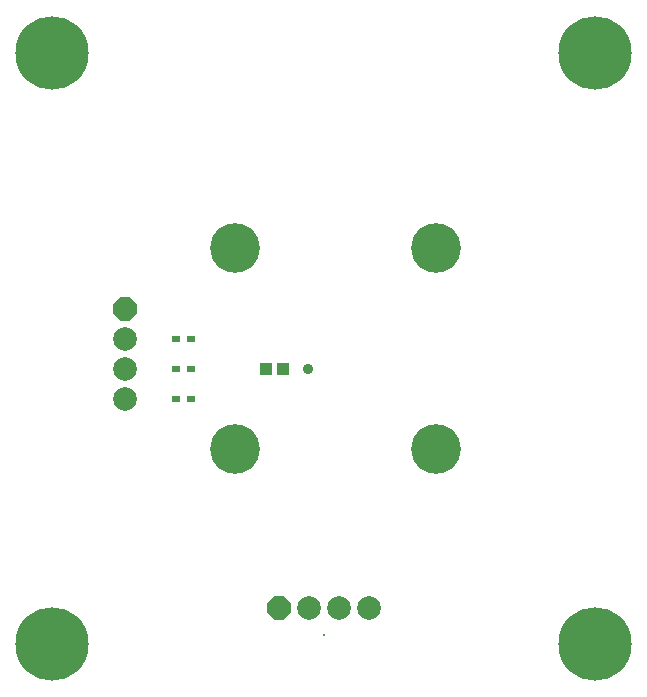
<source format=gbs>
G04 Layer_Color=16711935*
%FSLAX44Y44*%
%MOMM*%
G71*
G01*
G75*
%ADD24C,4.2032*%
%ADD25P,2.1683X8X292.5*%
%ADD26C,2.0032*%
%ADD27P,2.1683X8X22.5*%
G04:AMPARAMS|DCode=28|XSize=0.2032mm|YSize=0.2032mm|CornerRadius=0mm|HoleSize=0mm|Usage=FLASHONLY|Rotation=0.000|XOffset=0mm|YOffset=0mm|HoleType=Round|Shape=RoundedRectangle|*
%AMROUNDEDRECTD28*
21,1,0.2032,0.2032,0,0,0.0*
21,1,0.2032,0.2032,0,0,0.0*
1,1,0.0000,0.1016,-0.1016*
1,1,0.0000,-0.1016,-0.1016*
1,1,0.0000,-0.1016,0.1016*
1,1,0.0000,0.1016,0.1016*
%
%ADD28ROUNDEDRECTD28*%
%ADD29C,6.2032*%
%ADD30C,0.9032*%
%ADD31R,1.0532X1.0532*%
%ADD32R,0.7032X0.6032*%
D24*
X370000Y215000D02*
D03*
Y385000D02*
D03*
X200000D02*
D03*
Y215000D02*
D03*
D25*
X107000Y333350D02*
D03*
D26*
Y307950D02*
D03*
Y282550D02*
D03*
Y257150D02*
D03*
X313100Y80000D02*
D03*
X287700D02*
D03*
X262300D02*
D03*
D27*
X236900D02*
D03*
D28*
X275000Y57200D02*
D03*
D29*
X505000Y550000D02*
D03*
X45000D02*
D03*
Y50000D02*
D03*
X505000D02*
D03*
D30*
X261500Y282500D02*
D03*
D31*
X226250D02*
D03*
X240250D02*
D03*
D32*
X150000D02*
D03*
X163000D02*
D03*
X150000Y308000D02*
D03*
X163000D02*
D03*
X150000Y257250D02*
D03*
X163000D02*
D03*
M02*

</source>
